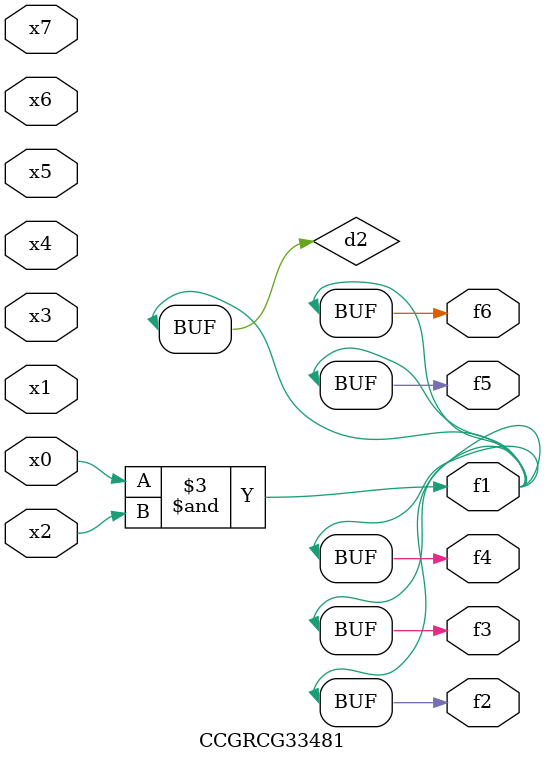
<source format=v>
module CCGRCG33481(
	input x0, x1, x2, x3, x4, x5, x6, x7,
	output f1, f2, f3, f4, f5, f6
);

	wire d1, d2;

	nor (d1, x3, x6);
	and (d2, x0, x2);
	assign f1 = d2;
	assign f2 = d2;
	assign f3 = d2;
	assign f4 = d2;
	assign f5 = d2;
	assign f6 = d2;
endmodule

</source>
